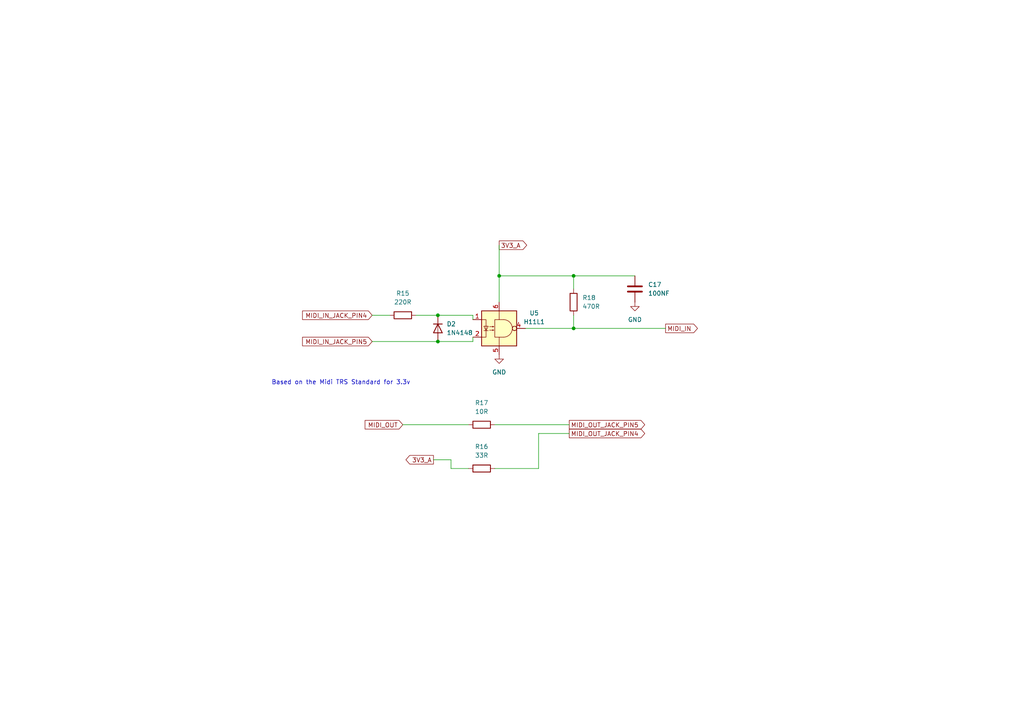
<source format=kicad_sch>
(kicad_sch (version 20230121) (generator eeschema)
  (paper "A4")
  (lib_symbols
    (symbol "Device:C" (pin_numbers hide) (pin_names (offset 0.254))
      (property "Reference" "C" (at 0.635 2.54 0))
      (property "Value" "C" (at 0.635 -2.54 0))
      (symbol "C_0_1"
        (polyline (pts (xy -2.032 -0.762) (xy 2.032 -0.762)) (stroke (width 0.508)))
        (polyline (pts (xy -2.032 0.762) (xy 2.032 0.762)) (stroke (width 0.508)))
      )
      (symbol "C_1_1"
        (pin passive line (at 0 3.81 270) (length 2.794) (name "~") (number "1"))
        (pin passive line (at 0 -3.81 90) (length 2.794) (name "~") (number "2"))
      )
    )
    (symbol "Device:R" (pin_numbers hide) (pin_names (offset 0))
      (property "Reference" "R" (at 2.032 0 90))
      (property "Value" "R" (at 0 0 90))
      (symbol "R_0_1"
        (rectangle (start -1.016 -2.54) (end 1.016 2.54) (stroke (width 0.254)))
      )
      (symbol "R_1_1"
        (pin passive line (at 0 3.81 270) (length 1.27) (name "~") (number "1"))
        (pin passive line (at 0 -3.81 90) (length 1.27) (name "~") (number "2"))
      )
    )
    (symbol "Diode:1N4148" (pin_numbers hide) (pin_names hide)
      (property "Reference" "D" (at 0 2.54 0))
      (property "Value" "1N4148" (at 0 -2.54 0))
      (symbol "1N4148_0_1"
        (polyline (pts (xy -1.27 1.27) (xy -1.27 -1.27)) (stroke (width 0.254)))
        (polyline (pts (xy 1.27 0) (xy -1.27 0)))
        (polyline (pts (xy 1.27 1.27) (xy 1.27 -1.27) (xy -1.27 0) (xy 1.27 1.27)) (stroke (width 0.254)))
      )
      (symbol "1N4148_1_1"
        (pin passive line (at -3.81 0 0) (length 2.54) (name "K") (number "1"))
        (pin passive line (at 3.81 0 180) (length 2.54) (name "A") (number "2"))
      )
    )
    (symbol "Isolator:H11L1" (pin_names (offset 1.016))
      (property "Reference" "U" (at 1.27 8.89 0))
      (property "Value" "H11L1" (at 1.27 6.35 0))
      (symbol "H11L1_0_1"
        (rectangle (start -5.08 5.08) (end 5.08 -5.08) (stroke (width 0.254)) (fill (type background)))
        (polyline (pts (xy -4.445 -0.635) (xy -3.175 -0.635)))
        (polyline (pts (xy 0 2.54) (xy 0 5.08)))
        (polyline (pts (xy 0 -2.54) (xy 0 -5.08) (xy 0 -3.81)))
        (polyline (pts (xy -5.08 -2.54) (xy -3.81 -2.54) (xy -3.81 2.54) (xy -5.08 2.54)))
        (polyline (pts (xy -3.81 -0.635) (xy -4.445 0.635) (xy -3.175 0.635) (xy -3.81 -0.635)))
        (polyline (pts (xy 1.27 -2.54) (xy -1.27 -2.54) (xy -1.27 2.54) (xy 1.27 2.54)))
        (polyline (pts (xy -2.794 -0.508) (xy -1.524 -0.508) (xy -1.905 -0.635) (xy -1.905 -0.381) (xy -1.524 -0.508)))
        (polyline (pts (xy -2.794 0.508) (xy -1.524 0.508) (xy -1.905 0.381) (xy -1.905 0.635) (xy -1.524 0.508)))
        (arc (start 1.27 -2.54) (mid 3.799 0) (end 1.27 2.54))
      )
      (symbol "H11L1_1_1"
        (pin passive line (at -7.62 2.54 0) (length 2.54) (name "~") (number "1"))
        (pin passive line (at -7.62 -2.54 0) (length 2.54) (name "~") (number "2"))
        (pin no_connect line (at -5.08 0 0) (length 2.54) hide (name "~") (number "3"))
        (pin output inverted (at 7.62 0 180) (length 3.81) (name "~") (number "4"))
        (pin power_in line (at 0 -7.62 90) (length 2.54) (name "~") (number "5"))
        (pin power_in line (at 0 7.62 270) (length 2.54) (name "~") (number "6"))
      )
    )
    (symbol "power:GND" (power) (pin_names (offset 0))
      (property "Value" "GND" (at 0 -3.81 0))
      (symbol "GND_0_1"
        (polyline (pts (xy 0 0) (xy 0 -1.27) (xy 1.27 -1.27) (xy 0 -2.54) (xy -1.27 -1.27) (xy 0 -1.27)))
      )
      (symbol "GND_1_1"
        (pin power_in line (at 0 0 270) (length 0) hide (name "GND") (number "1"))
      )
    )
  )
  (junction (at 166.37 80.01))
  (junction (at 127 99.06))
  (junction (at 127 91.44))
  (junction (at 166.37 95.25))
  (junction (at 144.78 80.01))
  (wire (pts (xy 166.37 80.01) (xy 184.15 80.01)))
  (wire (pts (xy 135.89 135.89) (xy 130.81 135.89)))
  (wire (pts (xy 165.1 123.19) (xy 143.51 123.19)))
  (wire (pts (xy 135.89 123.19) (xy 116.84 123.19)))
  (wire (pts (xy 143.51 135.89) (xy 156.21 135.89)))
  (wire (pts (xy 166.37 80.01) (xy 166.37 83.82)))
  (wire (pts (xy 130.81 133.35) (xy 130.81 135.89)))
  (wire (pts (xy 144.78 71.12) (xy 144.78 80.01)))
  (wire (pts (xy 166.37 91.44) (xy 166.37 95.25)))
  (wire (pts (xy 137.16 91.44) (xy 137.16 92.71)))
  (wire (pts (xy 120.65 91.44) (xy 127 91.44)))
  (wire (pts (xy 127 99.06) (xy 137.16 99.06)))
  (wire (pts (xy 144.78 80.01) (xy 166.37 80.01)))
  (wire (pts (xy 107.95 99.06) (xy 127 99.06)))
  (wire (pts (xy 144.78 80.01) (xy 144.78 87.63)))
  (wire (pts (xy 166.37 95.25) (xy 193.04 95.25)))
  (wire (pts (xy 127 91.44) (xy 137.16 91.44)))
  (wire (pts (xy 152.4 95.25) (xy 166.37 95.25)))
  (wire (pts (xy 156.21 135.89) (xy 156.21 125.73)))
  (wire (pts (xy 107.95 91.44) (xy 113.03 91.44)))
  (wire (pts (xy 130.81 133.35) (xy 125.73 133.35)))
  (wire (pts (xy 165.1 125.73) (xy 156.21 125.73)))
  (wire (pts (xy 137.16 97.79) (xy 137.16 99.06)))
  (text "Based on the Midi TRS Standard for 3.3v" (at 78.74 111.76 0) (effects (font (size 1.27 1.27)) (justify left bottom)))
  (global_label "3V3_A" (shape output) (at 125.73 133.35 180) (property "Intersheetrefs" "${INTERSHEET_REFS}" (effects hide)))
  (global_label "MIDI_OUT_JACK_PIN5" (shape output) (at 165.1 123.19 0) (property "Intersheetrefs" "${INTERSHEET_REFS}" (effects hide)))
  (global_label "MIDI_OUT" (shape input) (at 116.84 123.19 180) (property "Intersheetrefs" "${INTERSHEET_REFS}" (effects hide)))
  (global_label "MIDI_IN_JACK_PIN5" (shape input) (at 107.95 99.06 180) (property "Intersheetrefs" "${INTERSHEET_REFS}" (effects hide)))
  (global_label "MIDI_OUT_JACK_PIN4" (shape output) (at 165.1 125.73 0) (property "Intersheetrefs" "${INTERSHEET_REFS}" (effects hide)))
  (global_label "MIDI_IN_JACK_PIN4" (shape input) (at 107.95 91.44 180) (property "Intersheetrefs" "${INTERSHEET_REFS}" (effects hide)))
  (global_label "3V3_A" (shape output) (at 144.78 71.12 0) (property "Intersheetrefs" "${INTERSHEET_REFS}" (effects hide)))
  (global_label "MIDI_IN" (shape output) (at 193.04 95.25 0) (property "Intersheetrefs" "${INTERSHEET_REFS}" (effects hide)))
  (symbol (lib_id "Device:R") (at 116.84 91.44 90) (unit 1)
    (property "Reference" "R15" (at 116.84 85.09 90))
    (property "Value" "220R" (at 116.84 87.63 90))
    (property "Footprint" "Resistor_THT:R_Axial_DIN0207_L6.3mm_D2.5mm_P7.62mm_Horizontal" (effects hide))
    (instances (project "DaisySeedPedal1590b" (path "" (reference "R15") (unit 1))) (project "funbox_v2" (path "" (reference "R30") (unit 1))))
  )
  (symbol (lib_id "Diode:1N4148") (at 127 95.25 270) (unit 1)
    (property "Reference" "D2" (at 129.54 93.9799 90) (effects (justify left)))
    (property "Value" "1N4148" (at 129.54 96.5199 90) (effects (justify left)))
    (property "Footprint" "Diode_THT:D_DO-35_SOD27_P7.62mm_Horizontal" (effects hide))
    (property "Datasheet" "https://assets.nexperia.com/documents/data-sheet/1N4148_1N4448.pdf" (effects hide))
  )
  (symbol (lib_id "Device:R") (at 139.7 135.89 270) (unit 1)
    (property "Reference" "R16" (at 139.7 129.54 90))
    (property "Value" "33R" (at 139.7 132.08 90))
    (property "Footprint" "Resistor_THT:R_Axial_DIN0207_L6.3mm_D2.5mm_P7.62mm_Horizontal" (effects hide))
    (instances (project "DaisySeedPedal1590b" (path "" (reference "R16") (unit 1))) (project "funbox_v2" (path "" (reference "R33") (unit 1))))
  )
  (symbol (lib_id "Device:C") (at 184.15 83.82 0) (unit 1)
    (property "Reference" "C17" (at 187.96 82.55 0) (effects (justify left)))
    (property "Value" "100NF" (at 187.96 85.09 0) (effects (justify left)))
    (property "Footprint" "Capacitor_THT:C_Disc_D6.0mm_W2.5mm_P5.00mm" (effects hide))
    (instances (project "DaisySeedPedal1590b" (path "" (reference "C17") (unit 1))) (project "funbox_v2" (path "" (reference "C30") (unit 1))))
  )
  (symbol (lib_id "Device:R") (at 166.37 87.63 0) (unit 1)
    (property "Reference" "R18" (at 168.91 86.36 0) (effects (justify left)))
    (property "Value" "470R" (at 168.91 88.9 0) (effects (justify left)))
    (property "Footprint" "Resistor_THT:R_Axial_DIN0207_L6.3mm_D2.5mm_P7.62mm_Horizontal" (effects hide))
    (instances (project "DaisySeedPedal1590b" (path "" (reference "R18") (unit 1))) (project "funbox_v2" (path "" (reference "R31") (unit 1))))
  )
  (symbol (lib_id "power:GND") (at 144.78 102.87 0) (unit 1)
    (property "Reference" "#PWR023" (effects hide))
    (property "Value" "GND" (at 144.78 107.95 0))
    (instances (project "DaisySeedPedal1590b" (path "" (reference "#PWR023") (unit 1))) (project "funbox_v2" (path "" (reference "#PWR0104") (unit 1))))
  )
  (symbol (lib_id "power:GND") (at 184.15 87.63 0) (unit 1)
    (property "Reference" "#PWR021" (effects hide))
    (property "Value" "GND" (at 184.15 92.71 0))
    (instances (project "DaisySeedPedal1590b" (path "" (reference "#PWR021") (unit 1))) (project "funbox_v2" (path "" (reference "#PWR0103") (unit 1))))
  )
  (symbol (lib_id "Isolator:H11L1") (at 144.78 95.25 0) (unit 1)
    (property "Reference" "U5" (at 154.94 90.805 0))
    (property "Value" "H11L1" (at 154.94 93.345 0))
    (property "Footprint" "Package_DIP:DIP-6_W7.62mm" (effects hide))
    (property "Datasheet" "https://www.onsemi.com/pub/Collateral/H11L3M-D.PDF" (effects hide))
  )
  (symbol (lib_id "Device:R") (at 139.7 123.19 270) (unit 1)
    (property "Reference" "R17" (at 139.7 116.84 90))
    (property "Value" "10R" (at 139.7 119.38 90))
    (property "Footprint" "Resistor_THT:R_Axial_DIN0207_L6.3mm_D2.5mm_P7.62mm_Horizontal" (effects hide))
    (instances (project "DaisySeedPedal1590b" (path "" (reference "R17") (unit 1))) (project "funbox_v2" (path "" (reference "R32") (unit 1))))
  )
)
</source>
